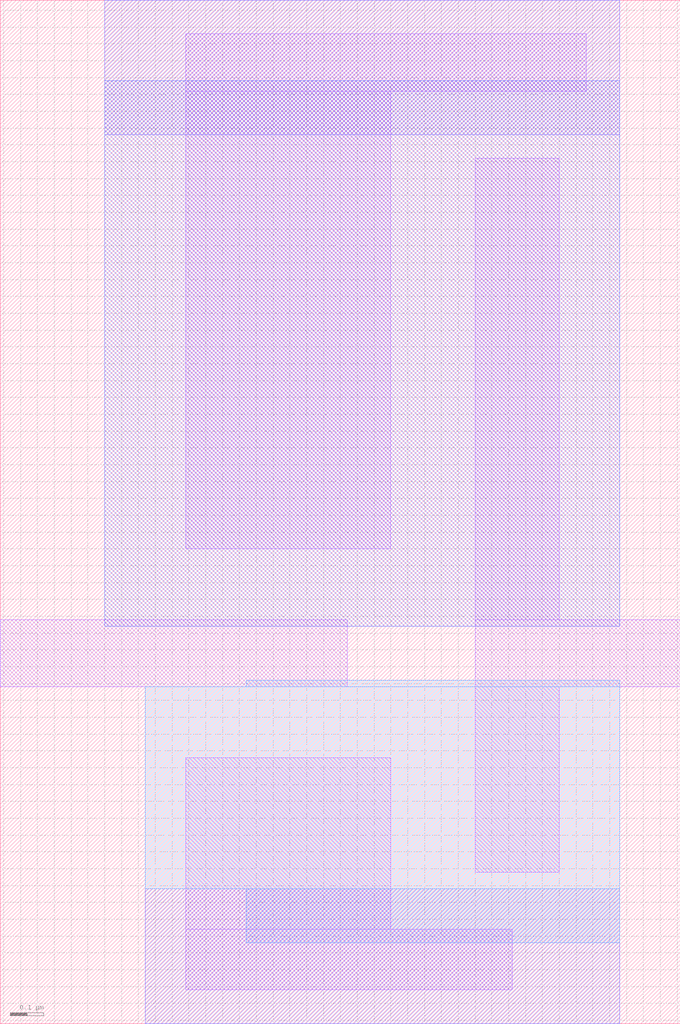
<source format=lef>
VERSION 5.7 ;
  NOWIREEXTENSIONATPIN ON ;
  DIVIDERCHAR "/" ;
  BUSBITCHARS "[]" ;
MACRO INVX1
  CLASS BLOCK ;
  FOREIGN INVX1 ;
  ORIGIN 0.910 1.360 ;
  SIZE 2.020 BY 3.040 ;
  OBS
      LAYER nwell ;
        RECT -0.600 -0.180 0.930 1.440 ;
      LAYER pwell ;
        RECT -0.180 -0.360 0.930 -0.340 ;
        RECT -0.480 -0.960 0.930 -0.360 ;
        RECT -0.180 -1.120 0.930 -0.960 ;
      LAYER li1 ;
        RECT -0.360 1.410 0.830 1.580 ;
        RECT -0.360 0.050 0.250 1.410 ;
        RECT 0.500 -0.160 0.750 1.210 ;
        RECT -0.910 -0.360 0.120 -0.160 ;
        RECT 0.500 -0.360 1.110 -0.160 ;
        RECT -0.360 -1.080 0.250 -0.570 ;
        RECT 0.500 -0.910 0.750 -0.360 ;
        RECT -0.360 -1.260 0.610 -1.080 ;
      LAYER met1 ;
        RECT -0.600 1.280 0.930 1.680 ;
        RECT -0.480 -1.360 0.930 -0.960 ;
  END
END INVX1
END LIBRARY


</source>
